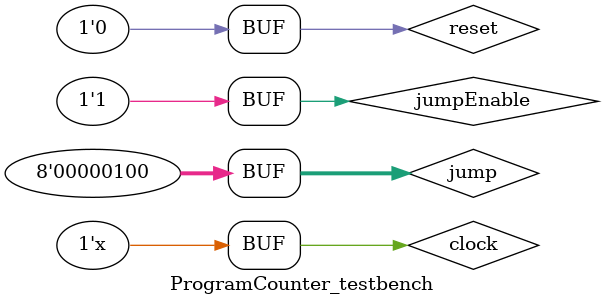
<source format=sv>
`timescale 1ns/1ns
module ProgramCounter_testbench;

logic clk, reset, jumpEnable;
logic [7:0] jump, count;

ProgramCounter ProgramCounter_inst(
    .clk(clk),
    .reset(reset),
    .jumpEnable(jumpEnable),
    .jump(jump),
    .count(count)
);
initial begin
    //Initial
    reset = 1;
	clock = 1;
    jump = 4;
    reset = 0;

    #100ns; //Clock pulse 5 times so count should be 5
    jumpEnable = 1; //Jump ahead by 4, count = 9
    #100ns; //Jump ahead by 4, 5 times so count should be 29



end

always@(clock) begin
	#10ns clock <= !clock;
end
endmodule: ProgramCounter_testbench
</source>
